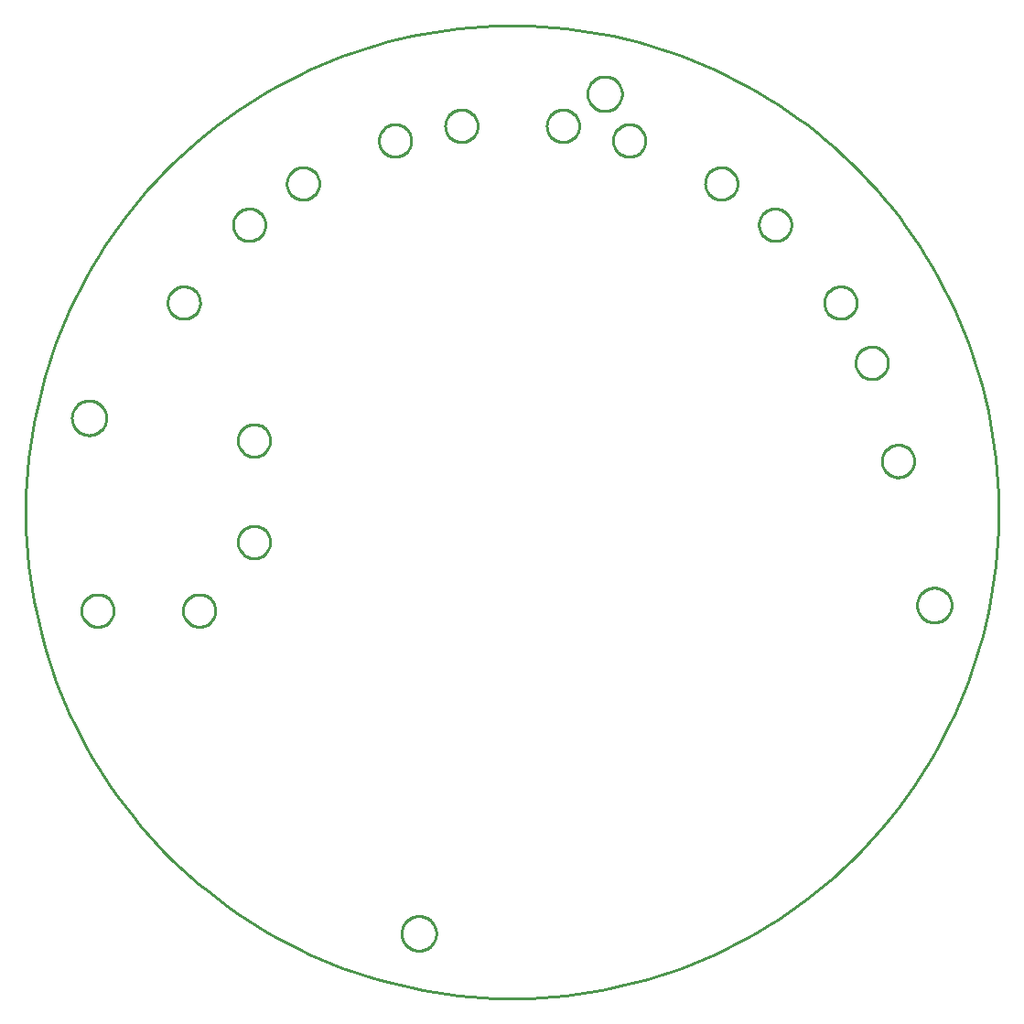
<source format=gbr>
G04 EAGLE Gerber RS-274X export*
G75*
%MOMM*%
%FSLAX34Y34*%
%LPD*%
%IN*%
%IPPOS*%
%AMOC8*
5,1,8,0,0,1.08239X$1,22.5*%
G01*
%ADD10C,0.254000*%


D10*
X450000Y-5523D02*
X450000Y5523D01*
X449729Y16565D01*
X449187Y27596D01*
X448374Y38612D01*
X447292Y49604D01*
X445940Y60566D01*
X444319Y71492D01*
X442431Y82374D01*
X440276Y93207D01*
X437856Y103984D01*
X435172Y114698D01*
X432226Y125343D01*
X429020Y135913D01*
X425555Y146401D01*
X421834Y156800D01*
X417859Y167105D01*
X413632Y177310D01*
X409156Y187407D01*
X404434Y197392D01*
X399468Y207258D01*
X394261Y216999D01*
X388817Y226609D01*
X383139Y236083D01*
X377230Y245415D01*
X371093Y254599D01*
X364733Y263629D01*
X358154Y272501D01*
X351358Y281208D01*
X344351Y289746D01*
X337137Y298110D01*
X329719Y306294D01*
X322103Y314293D01*
X314293Y322103D01*
X306294Y329719D01*
X298110Y337137D01*
X289746Y344351D01*
X281208Y351358D01*
X272501Y358154D01*
X263629Y364733D01*
X254599Y371093D01*
X245415Y377230D01*
X236083Y383139D01*
X226609Y388817D01*
X216999Y394261D01*
X207258Y399468D01*
X197392Y404434D01*
X187407Y409156D01*
X177310Y413632D01*
X167105Y417859D01*
X156800Y421834D01*
X146401Y425555D01*
X135913Y429020D01*
X125343Y432226D01*
X114698Y435172D01*
X103984Y437856D01*
X93207Y440276D01*
X82374Y442431D01*
X71492Y444319D01*
X60566Y445940D01*
X49604Y447292D01*
X38612Y448374D01*
X27596Y449187D01*
X16565Y449729D01*
X5523Y450000D01*
X-5523Y450000D01*
X-16565Y449729D01*
X-27596Y449187D01*
X-38612Y448374D01*
X-49604Y447292D01*
X-60566Y445940D01*
X-71492Y444319D01*
X-82374Y442431D01*
X-93207Y440276D01*
X-103984Y437856D01*
X-114698Y435172D01*
X-125343Y432226D01*
X-135913Y429020D01*
X-146401Y425555D01*
X-156800Y421834D01*
X-167105Y417859D01*
X-177310Y413632D01*
X-187407Y409156D01*
X-197392Y404434D01*
X-207258Y399468D01*
X-216999Y394261D01*
X-226609Y388817D01*
X-236083Y383139D01*
X-245415Y377230D01*
X-254599Y371093D01*
X-263629Y364733D01*
X-272501Y358154D01*
X-281208Y351358D01*
X-289746Y344351D01*
X-298110Y337137D01*
X-306294Y329719D01*
X-314293Y322103D01*
X-322103Y314293D01*
X-329719Y306294D01*
X-337137Y298110D01*
X-344351Y289746D01*
X-351358Y281208D01*
X-358154Y272501D01*
X-364733Y263629D01*
X-371093Y254599D01*
X-377230Y245415D01*
X-383139Y236083D01*
X-388817Y226609D01*
X-394261Y216999D01*
X-399468Y207258D01*
X-404434Y197392D01*
X-409156Y187407D01*
X-413632Y177310D01*
X-417859Y167105D01*
X-421834Y156800D01*
X-425555Y146401D01*
X-429020Y135913D01*
X-432226Y125343D01*
X-435172Y114698D01*
X-437856Y103984D01*
X-440276Y93207D01*
X-442431Y82374D01*
X-444319Y71492D01*
X-445940Y60566D01*
X-447292Y49604D01*
X-448374Y38612D01*
X-449187Y27596D01*
X-449729Y16565D01*
X-450000Y5523D01*
X-450000Y-5523D01*
X-449729Y-16565D01*
X-449187Y-27596D01*
X-448374Y-38612D01*
X-447292Y-49604D01*
X-445940Y-60566D01*
X-444319Y-71492D01*
X-442431Y-82374D01*
X-440276Y-93207D01*
X-437856Y-103984D01*
X-435172Y-114698D01*
X-432226Y-125343D01*
X-429020Y-135913D01*
X-425555Y-146401D01*
X-421834Y-156800D01*
X-417859Y-167105D01*
X-413632Y-177310D01*
X-409156Y-187407D01*
X-404434Y-197392D01*
X-399468Y-207258D01*
X-394261Y-216999D01*
X-388817Y-226609D01*
X-383139Y-236083D01*
X-377230Y-245415D01*
X-371093Y-254599D01*
X-364733Y-263629D01*
X-358154Y-272501D01*
X-351358Y-281208D01*
X-344351Y-289746D01*
X-337137Y-298110D01*
X-329719Y-306294D01*
X-322103Y-314293D01*
X-314293Y-322103D01*
X-306294Y-329719D01*
X-298110Y-337137D01*
X-289746Y-344351D01*
X-281208Y-351358D01*
X-272501Y-358154D01*
X-263629Y-364733D01*
X-254599Y-371093D01*
X-245415Y-377230D01*
X-236083Y-383139D01*
X-226609Y-388817D01*
X-216999Y-394261D01*
X-207258Y-399468D01*
X-197392Y-404434D01*
X-187407Y-409156D01*
X-177310Y-413632D01*
X-167105Y-417859D01*
X-156800Y-421834D01*
X-146401Y-425555D01*
X-135913Y-429020D01*
X-125343Y-432226D01*
X-114698Y-435172D01*
X-103984Y-437856D01*
X-93207Y-440276D01*
X-82374Y-442431D01*
X-71492Y-444319D01*
X-60566Y-445940D01*
X-49604Y-447292D01*
X-38612Y-448374D01*
X-27596Y-449187D01*
X-16565Y-449729D01*
X-5523Y-450000D01*
X5523Y-450000D01*
X16565Y-449729D01*
X27596Y-449187D01*
X38612Y-448374D01*
X49604Y-447292D01*
X60566Y-445940D01*
X71492Y-444319D01*
X82374Y-442431D01*
X93207Y-440276D01*
X103984Y-437856D01*
X114698Y-435172D01*
X125343Y-432226D01*
X135913Y-429020D01*
X146401Y-425555D01*
X156800Y-421834D01*
X167105Y-417859D01*
X177310Y-413632D01*
X187407Y-409156D01*
X197392Y-404434D01*
X207258Y-399468D01*
X216999Y-394261D01*
X226609Y-388817D01*
X236083Y-383139D01*
X245415Y-377230D01*
X254599Y-371093D01*
X263629Y-364733D01*
X272501Y-358154D01*
X281208Y-351358D01*
X289746Y-344351D01*
X298110Y-337137D01*
X306294Y-329719D01*
X314293Y-322103D01*
X322103Y-314293D01*
X329719Y-306294D01*
X337137Y-298110D01*
X344351Y-289746D01*
X351358Y-281208D01*
X358154Y-272501D01*
X364733Y-263629D01*
X371093Y-254599D01*
X377230Y-245415D01*
X383139Y-236083D01*
X388817Y-226609D01*
X394261Y-216999D01*
X399468Y-207258D01*
X404434Y-197392D01*
X409156Y-187407D01*
X413632Y-177310D01*
X417859Y-167105D01*
X421834Y-156800D01*
X425555Y-146401D01*
X429020Y-135913D01*
X432226Y-125343D01*
X435172Y-114698D01*
X437856Y-103984D01*
X440276Y-93207D01*
X442431Y-82374D01*
X444319Y-71492D01*
X445940Y-60566D01*
X447292Y-49604D01*
X448374Y-38612D01*
X449187Y-27596D01*
X449729Y-16565D01*
X450000Y-5523D01*
X-375443Y86436D02*
X-375512Y85390D01*
X-375648Y84352D01*
X-375853Y83324D01*
X-376124Y82312D01*
X-376460Y81320D01*
X-376861Y80352D01*
X-377325Y79413D01*
X-377849Y78506D01*
X-378431Y77635D01*
X-379068Y76804D01*
X-379759Y76016D01*
X-380500Y75275D01*
X-381287Y74585D01*
X-382118Y73947D01*
X-382989Y73365D01*
X-383897Y72841D01*
X-384836Y72378D01*
X-385804Y71977D01*
X-386796Y71640D01*
X-387808Y71369D01*
X-388835Y71165D01*
X-389874Y71028D01*
X-390919Y70959D01*
X-391967Y70959D01*
X-393012Y71028D01*
X-394051Y71165D01*
X-395078Y71369D01*
X-396090Y71640D01*
X-397082Y71977D01*
X-398050Y72378D01*
X-398989Y72841D01*
X-399897Y73365D01*
X-400768Y73947D01*
X-401599Y74585D01*
X-402386Y75275D01*
X-403127Y76016D01*
X-403818Y76804D01*
X-404456Y77635D01*
X-405038Y78506D01*
X-405561Y79413D01*
X-406025Y80352D01*
X-406426Y81320D01*
X-406762Y82312D01*
X-407033Y83324D01*
X-407238Y84352D01*
X-407375Y85390D01*
X-407443Y86436D01*
X-407443Y87483D01*
X-407375Y88528D01*
X-407238Y89567D01*
X-407033Y90594D01*
X-406762Y91606D01*
X-406426Y92598D01*
X-406025Y93566D01*
X-405561Y94506D01*
X-405038Y95413D01*
X-404456Y96284D01*
X-403818Y97115D01*
X-403127Y97903D01*
X-402386Y98643D01*
X-401599Y99334D01*
X-400768Y99972D01*
X-399897Y100554D01*
X-398989Y101078D01*
X-398050Y101541D01*
X-397082Y101942D01*
X-396090Y102279D01*
X-395078Y102550D01*
X-394051Y102754D01*
X-393012Y102891D01*
X-391967Y102959D01*
X-390919Y102959D01*
X-389874Y102891D01*
X-388835Y102754D01*
X-387808Y102550D01*
X-386796Y102279D01*
X-385804Y101942D01*
X-384836Y101541D01*
X-383897Y101078D01*
X-382989Y100554D01*
X-382118Y99972D01*
X-381287Y99334D01*
X-380500Y98643D01*
X-379759Y97903D01*
X-379068Y97115D01*
X-378431Y96284D01*
X-377849Y95413D01*
X-377325Y94506D01*
X-376861Y93566D01*
X-376460Y92598D01*
X-376124Y91606D01*
X-375853Y90594D01*
X-375648Y89567D01*
X-375512Y88528D01*
X-375443Y87483D01*
X-375443Y86436D01*
X-70327Y-390583D02*
X-70396Y-391629D01*
X-70532Y-392667D01*
X-70737Y-393695D01*
X-71008Y-394707D01*
X-71345Y-395699D01*
X-71746Y-396666D01*
X-72209Y-397606D01*
X-72733Y-398513D01*
X-73315Y-399384D01*
X-73952Y-400215D01*
X-74643Y-401003D01*
X-75384Y-401744D01*
X-76171Y-402434D01*
X-77003Y-403072D01*
X-77874Y-403654D01*
X-78781Y-404178D01*
X-79720Y-404641D01*
X-80688Y-405042D01*
X-81680Y-405379D01*
X-82692Y-405650D01*
X-83719Y-405854D01*
X-84758Y-405991D01*
X-85803Y-406060D01*
X-86851Y-406060D01*
X-87896Y-405991D01*
X-88935Y-405854D01*
X-89962Y-405650D01*
X-90974Y-405379D01*
X-91966Y-405042D01*
X-92934Y-404641D01*
X-93874Y-404178D01*
X-94781Y-403654D01*
X-95652Y-403072D01*
X-96483Y-402434D01*
X-97270Y-401744D01*
X-98011Y-401003D01*
X-98702Y-400215D01*
X-99340Y-399384D01*
X-99922Y-398513D01*
X-100445Y-397606D01*
X-100909Y-396666D01*
X-101310Y-395699D01*
X-101646Y-394707D01*
X-101918Y-393695D01*
X-102122Y-392667D01*
X-102259Y-391629D01*
X-102327Y-390583D01*
X-102327Y-389536D01*
X-102259Y-388490D01*
X-102122Y-387452D01*
X-101918Y-386424D01*
X-101646Y-385413D01*
X-101310Y-384421D01*
X-100909Y-383453D01*
X-100445Y-382513D01*
X-99922Y-381606D01*
X-99340Y-380735D01*
X-98702Y-379904D01*
X-98011Y-379116D01*
X-97270Y-378376D01*
X-96483Y-377685D01*
X-95652Y-377047D01*
X-94781Y-376465D01*
X-93874Y-375941D01*
X-92934Y-375478D01*
X-91966Y-375077D01*
X-90974Y-374740D01*
X-89962Y-374469D01*
X-88935Y-374265D01*
X-87896Y-374128D01*
X-86851Y-374060D01*
X-85803Y-374060D01*
X-84758Y-374128D01*
X-83719Y-374265D01*
X-82692Y-374469D01*
X-81680Y-374740D01*
X-80688Y-375077D01*
X-79720Y-375478D01*
X-78781Y-375941D01*
X-77874Y-376465D01*
X-77003Y-377047D01*
X-76171Y-377685D01*
X-75384Y-378376D01*
X-74643Y-379116D01*
X-73952Y-379904D01*
X-73315Y-380735D01*
X-72733Y-381606D01*
X-72209Y-382513D01*
X-71746Y-383453D01*
X-71345Y-384421D01*
X-71008Y-385413D01*
X-70737Y-386424D01*
X-70532Y-387452D01*
X-70396Y-388490D01*
X-70327Y-389536D01*
X-70327Y-390583D01*
X406543Y-86854D02*
X406475Y-87899D01*
X406338Y-88938D01*
X406134Y-89965D01*
X405863Y-90977D01*
X405526Y-91969D01*
X405125Y-92937D01*
X404662Y-93876D01*
X404138Y-94784D01*
X403556Y-95655D01*
X402918Y-96486D01*
X402227Y-97273D01*
X401487Y-98014D01*
X400699Y-98705D01*
X399868Y-99343D01*
X398997Y-99925D01*
X398090Y-100448D01*
X397150Y-100912D01*
X396182Y-101313D01*
X395190Y-101649D01*
X394178Y-101920D01*
X393151Y-102125D01*
X392112Y-102262D01*
X391067Y-102330D01*
X390019Y-102330D01*
X388974Y-102262D01*
X387936Y-102125D01*
X386908Y-101920D01*
X385896Y-101649D01*
X384904Y-101313D01*
X383936Y-100912D01*
X382997Y-100448D01*
X382090Y-99925D01*
X381219Y-99343D01*
X380388Y-98705D01*
X379600Y-98014D01*
X378859Y-97273D01*
X378168Y-96486D01*
X377531Y-95655D01*
X376949Y-94784D01*
X376425Y-93876D01*
X375962Y-92937D01*
X375561Y-91969D01*
X375224Y-90977D01*
X374953Y-89965D01*
X374749Y-88938D01*
X374612Y-87899D01*
X374543Y-86854D01*
X374543Y-85806D01*
X374612Y-84761D01*
X374749Y-83722D01*
X374953Y-82695D01*
X375224Y-81683D01*
X375561Y-80691D01*
X375962Y-79723D01*
X376425Y-78784D01*
X376949Y-77876D01*
X377531Y-77005D01*
X378168Y-76174D01*
X378859Y-75387D01*
X379600Y-74646D01*
X380388Y-73955D01*
X381219Y-73318D01*
X382090Y-72736D01*
X382997Y-72212D01*
X383936Y-71748D01*
X384904Y-71348D01*
X385896Y-71011D01*
X386908Y-70740D01*
X387936Y-70535D01*
X388974Y-70399D01*
X390019Y-70330D01*
X391067Y-70330D01*
X392112Y-70399D01*
X393151Y-70535D01*
X394178Y-70740D01*
X395190Y-71011D01*
X396182Y-71348D01*
X397150Y-71748D01*
X398090Y-72212D01*
X398997Y-72736D01*
X399868Y-73318D01*
X400699Y-73955D01*
X401487Y-74646D01*
X402227Y-75387D01*
X402918Y-76174D01*
X403556Y-77005D01*
X404138Y-77876D01*
X404662Y-78784D01*
X405125Y-79723D01*
X405526Y-80691D01*
X405863Y-81683D01*
X406134Y-82695D01*
X406338Y-83722D01*
X406475Y-84761D01*
X406543Y-85806D01*
X406543Y-86854D01*
X101601Y386282D02*
X101533Y385237D01*
X101396Y384198D01*
X101192Y383171D01*
X100921Y382159D01*
X100584Y381167D01*
X100183Y380199D01*
X99720Y379260D01*
X99196Y378353D01*
X98614Y377482D01*
X97976Y376650D01*
X97285Y375863D01*
X96545Y375122D01*
X95757Y374431D01*
X94926Y373794D01*
X94055Y373212D01*
X93148Y372688D01*
X92208Y372225D01*
X91240Y371824D01*
X90248Y371487D01*
X89237Y371216D01*
X88209Y371011D01*
X87171Y370875D01*
X86125Y370806D01*
X85078Y370806D01*
X84032Y370875D01*
X82994Y371011D01*
X81966Y371216D01*
X80954Y371487D01*
X79962Y371824D01*
X78995Y372225D01*
X78055Y372688D01*
X77148Y373212D01*
X76277Y373794D01*
X75446Y374431D01*
X74658Y375122D01*
X73917Y375863D01*
X73227Y376650D01*
X72589Y377482D01*
X72007Y378353D01*
X71483Y379260D01*
X71020Y380199D01*
X70619Y381167D01*
X70282Y382159D01*
X70011Y383171D01*
X69807Y384198D01*
X69670Y385237D01*
X69601Y386282D01*
X69601Y387330D01*
X69670Y388375D01*
X69807Y389414D01*
X70011Y390441D01*
X70282Y391453D01*
X70619Y392445D01*
X71020Y393413D01*
X71483Y394353D01*
X72007Y395260D01*
X72589Y396131D01*
X73227Y396962D01*
X73917Y397750D01*
X74658Y398490D01*
X75446Y399181D01*
X76277Y399819D01*
X77148Y400401D01*
X78055Y400925D01*
X78995Y401388D01*
X79962Y401789D01*
X80954Y402125D01*
X81966Y402397D01*
X82994Y402601D01*
X84032Y402738D01*
X85078Y402806D01*
X86125Y402806D01*
X87171Y402738D01*
X88209Y402601D01*
X89237Y402397D01*
X90248Y402125D01*
X91240Y401789D01*
X92208Y401388D01*
X93148Y400925D01*
X94055Y400401D01*
X94926Y399819D01*
X95757Y399181D01*
X96545Y398490D01*
X97285Y397750D01*
X97976Y396962D01*
X98614Y396131D01*
X99196Y395260D01*
X99720Y394353D01*
X100183Y393413D01*
X100584Y392445D01*
X100921Y391453D01*
X101192Y390441D01*
X101396Y389414D01*
X101533Y388375D01*
X101601Y387330D01*
X101601Y386282D01*
X-238264Y-42950D02*
X-237196Y-42874D01*
X-236135Y-42721D01*
X-235088Y-42493D01*
X-234060Y-42191D01*
X-233056Y-41817D01*
X-232081Y-41372D01*
X-231141Y-40858D01*
X-230240Y-40279D01*
X-229382Y-39637D01*
X-228572Y-38935D01*
X-227815Y-38178D01*
X-227113Y-37368D01*
X-226471Y-36510D01*
X-225892Y-35609D01*
X-225378Y-34669D01*
X-224933Y-33694D01*
X-224559Y-32690D01*
X-224257Y-31662D01*
X-224029Y-30615D01*
X-223876Y-29554D01*
X-223800Y-28486D01*
X-223800Y-27414D01*
X-223876Y-26346D01*
X-224029Y-25285D01*
X-224257Y-24238D01*
X-224559Y-23210D01*
X-224933Y-22206D01*
X-225378Y-21231D01*
X-225892Y-20291D01*
X-226471Y-19390D01*
X-227113Y-18532D01*
X-227815Y-17722D01*
X-228572Y-16965D01*
X-229382Y-16263D01*
X-230240Y-15621D01*
X-231141Y-15042D01*
X-232081Y-14528D01*
X-233056Y-14083D01*
X-234060Y-13709D01*
X-235088Y-13407D01*
X-236135Y-13179D01*
X-237196Y-13026D01*
X-238264Y-12950D01*
X-239336Y-12950D01*
X-240404Y-13026D01*
X-241465Y-13179D01*
X-242512Y-13407D01*
X-243540Y-13709D01*
X-244544Y-14083D01*
X-245519Y-14528D01*
X-246459Y-15042D01*
X-247360Y-15621D01*
X-248218Y-16263D01*
X-249028Y-16965D01*
X-249785Y-17722D01*
X-250487Y-18532D01*
X-251129Y-19390D01*
X-251708Y-20291D01*
X-252222Y-21231D01*
X-252667Y-22206D01*
X-253041Y-23210D01*
X-253343Y-24238D01*
X-253571Y-25285D01*
X-253724Y-26346D01*
X-253800Y-27414D01*
X-253800Y-28486D01*
X-253724Y-29554D01*
X-253571Y-30615D01*
X-253343Y-31662D01*
X-253041Y-32690D01*
X-252667Y-33694D01*
X-252222Y-34669D01*
X-251708Y-35609D01*
X-251129Y-36510D01*
X-250487Y-37368D01*
X-249785Y-38178D01*
X-249028Y-38935D01*
X-248218Y-39637D01*
X-247360Y-40279D01*
X-246459Y-40858D01*
X-245519Y-41372D01*
X-244544Y-41817D01*
X-243540Y-42191D01*
X-242512Y-42493D01*
X-241465Y-42721D01*
X-240404Y-42874D01*
X-239336Y-42950D01*
X-238264Y-42950D01*
X-238264Y51050D02*
X-237196Y51126D01*
X-236135Y51279D01*
X-235088Y51507D01*
X-234060Y51809D01*
X-233056Y52183D01*
X-232081Y52628D01*
X-231141Y53142D01*
X-230240Y53721D01*
X-229382Y54363D01*
X-228572Y55065D01*
X-227815Y55822D01*
X-227113Y56632D01*
X-226471Y57490D01*
X-225892Y58391D01*
X-225378Y59331D01*
X-224933Y60306D01*
X-224559Y61310D01*
X-224257Y62338D01*
X-224029Y63385D01*
X-223876Y64446D01*
X-223800Y65514D01*
X-223800Y66586D01*
X-223876Y67654D01*
X-224029Y68715D01*
X-224257Y69762D01*
X-224559Y70790D01*
X-224933Y71794D01*
X-225378Y72769D01*
X-225892Y73709D01*
X-226471Y74610D01*
X-227113Y75468D01*
X-227815Y76278D01*
X-228572Y77035D01*
X-229382Y77737D01*
X-230240Y78379D01*
X-231141Y78958D01*
X-232081Y79472D01*
X-233056Y79917D01*
X-234060Y80291D01*
X-235088Y80593D01*
X-236135Y80821D01*
X-237196Y80974D01*
X-238264Y81050D01*
X-239336Y81050D01*
X-240404Y80974D01*
X-241465Y80821D01*
X-242512Y80593D01*
X-243540Y80291D01*
X-244544Y79917D01*
X-245519Y79472D01*
X-246459Y78958D01*
X-247360Y78379D01*
X-248218Y77737D01*
X-249028Y77035D01*
X-249785Y76278D01*
X-250487Y75468D01*
X-251129Y74610D01*
X-251708Y73709D01*
X-252222Y72769D01*
X-252667Y71794D01*
X-253041Y70790D01*
X-253343Y69762D01*
X-253571Y68715D01*
X-253724Y67654D01*
X-253800Y66586D01*
X-253800Y65514D01*
X-253724Y64446D01*
X-253571Y63385D01*
X-253343Y62338D01*
X-253041Y61310D01*
X-252667Y60306D01*
X-252222Y59331D01*
X-251708Y58391D01*
X-251129Y57490D01*
X-250487Y56632D01*
X-249785Y55822D01*
X-249028Y55065D01*
X-248218Y54363D01*
X-247360Y53721D01*
X-246459Y53142D01*
X-245519Y52628D01*
X-244544Y52183D01*
X-243540Y51809D01*
X-242512Y51507D01*
X-241465Y51279D01*
X-240404Y51126D01*
X-239336Y51050D01*
X-238264Y51050D01*
X329403Y152450D02*
X330455Y152653D01*
X331519Y152780D01*
X332589Y152831D01*
X333660Y152806D01*
X334727Y152704D01*
X335783Y152526D01*
X336825Y152274D01*
X337845Y151947D01*
X338840Y151549D01*
X339804Y151081D01*
X340732Y150545D01*
X341619Y149945D01*
X342461Y149282D01*
X343254Y148562D01*
X343993Y147786D01*
X344676Y146960D01*
X345297Y146087D01*
X345855Y145172D01*
X346346Y144220D01*
X346767Y143235D01*
X347118Y142223D01*
X347395Y141188D01*
X347598Y140136D01*
X347725Y139072D01*
X347776Y138001D01*
X347751Y136930D01*
X347649Y135864D01*
X347471Y134807D01*
X347218Y133766D01*
X346892Y132745D01*
X346494Y131751D01*
X346026Y130787D01*
X345490Y129859D01*
X344890Y128972D01*
X344227Y128129D01*
X343507Y127336D01*
X342731Y126597D01*
X341905Y125915D01*
X341032Y125293D01*
X340117Y124736D01*
X339165Y124245D01*
X338180Y123823D01*
X337167Y123473D01*
X336132Y123195D01*
X335080Y122992D01*
X334016Y122865D01*
X332946Y122814D01*
X331875Y122840D01*
X330808Y122942D01*
X329752Y123119D01*
X328711Y123372D01*
X327690Y123698D01*
X326695Y124096D01*
X325732Y124565D01*
X324804Y125100D01*
X323916Y125701D01*
X323074Y126363D01*
X322281Y127084D01*
X321542Y127859D01*
X320860Y128686D01*
X320238Y129558D01*
X319681Y130473D01*
X319190Y131426D01*
X318768Y132411D01*
X318417Y133423D01*
X318140Y134458D01*
X317937Y135510D01*
X317810Y136574D01*
X317759Y137644D01*
X317785Y138715D01*
X317886Y139782D01*
X318064Y140839D01*
X318317Y141880D01*
X318643Y142900D01*
X319041Y143895D01*
X319509Y144859D01*
X320045Y145787D01*
X320646Y146674D01*
X321308Y147516D01*
X322029Y148309D01*
X322804Y149049D01*
X323630Y149731D01*
X324503Y150352D01*
X325418Y150910D01*
X326370Y151401D01*
X327355Y151823D01*
X328368Y152173D01*
X329403Y152450D01*
X353732Y61653D02*
X354784Y61856D01*
X355848Y61983D01*
X356918Y62034D01*
X357989Y62009D01*
X359056Y61907D01*
X360112Y61729D01*
X361154Y61477D01*
X362174Y61150D01*
X363169Y60752D01*
X364133Y60284D01*
X365061Y59748D01*
X365948Y59148D01*
X366790Y58485D01*
X367583Y57765D01*
X368322Y56989D01*
X369004Y56163D01*
X369626Y55290D01*
X370184Y54375D01*
X370675Y53423D01*
X371096Y52438D01*
X371447Y51426D01*
X371724Y50391D01*
X371927Y49339D01*
X372054Y48275D01*
X372105Y47204D01*
X372080Y46133D01*
X371978Y45067D01*
X371800Y44010D01*
X371547Y42969D01*
X371221Y41948D01*
X370823Y40953D01*
X370355Y39990D01*
X369819Y39062D01*
X369219Y38175D01*
X368556Y37332D01*
X367836Y36539D01*
X367060Y35800D01*
X366234Y35118D01*
X365361Y34496D01*
X364446Y33939D01*
X363494Y33448D01*
X362509Y33026D01*
X361496Y32676D01*
X360461Y32398D01*
X359409Y32195D01*
X358345Y32068D01*
X357275Y32017D01*
X356204Y32043D01*
X355137Y32145D01*
X354081Y32322D01*
X353040Y32575D01*
X352019Y32901D01*
X351024Y33299D01*
X350061Y33768D01*
X349133Y34303D01*
X348245Y34904D01*
X347403Y35566D01*
X346610Y36287D01*
X345871Y37062D01*
X345189Y37889D01*
X344567Y38761D01*
X344010Y39676D01*
X343519Y40629D01*
X343097Y41614D01*
X342746Y42626D01*
X342469Y43661D01*
X342266Y44713D01*
X342139Y45777D01*
X342088Y46847D01*
X342114Y47918D01*
X342215Y48985D01*
X342393Y50042D01*
X342646Y51083D01*
X342972Y52103D01*
X343370Y53098D01*
X343838Y54062D01*
X344374Y54990D01*
X344975Y55877D01*
X345637Y56719D01*
X346358Y57512D01*
X347133Y58251D01*
X347959Y58934D01*
X348832Y59555D01*
X349747Y60113D01*
X350699Y60604D01*
X351684Y61026D01*
X352697Y61376D01*
X353732Y61653D01*
X234112Y277379D02*
X234980Y278007D01*
X235890Y278572D01*
X236839Y279070D01*
X237820Y279500D01*
X238830Y279858D01*
X239863Y280144D01*
X240913Y280355D01*
X241976Y280491D01*
X243046Y280550D01*
X244117Y280533D01*
X245184Y280440D01*
X246242Y280270D01*
X247286Y280026D01*
X248309Y279708D01*
X249307Y279318D01*
X250274Y278857D01*
X251206Y278329D01*
X252098Y277735D01*
X252946Y277080D01*
X253744Y276365D01*
X254490Y275596D01*
X255178Y274775D01*
X255807Y273907D01*
X256372Y272997D01*
X256870Y272048D01*
X257300Y271067D01*
X257658Y270057D01*
X257944Y269024D01*
X258155Y267974D01*
X258291Y266911D01*
X258350Y265841D01*
X258333Y264770D01*
X258240Y263703D01*
X258070Y262645D01*
X257826Y261601D01*
X257508Y260578D01*
X257118Y259580D01*
X256657Y258613D01*
X256129Y257681D01*
X255535Y256789D01*
X254880Y255941D01*
X254165Y255143D01*
X253396Y254397D01*
X252575Y253709D01*
X251707Y253080D01*
X250797Y252515D01*
X249848Y252017D01*
X248867Y251587D01*
X247857Y251229D01*
X246824Y250943D01*
X245774Y250732D01*
X244711Y250596D01*
X243641Y250537D01*
X242570Y250554D01*
X241502Y250647D01*
X240444Y250817D01*
X239401Y251061D01*
X238378Y251379D01*
X237380Y251769D01*
X236413Y252230D01*
X235481Y252758D01*
X234589Y253352D01*
X233741Y254007D01*
X232943Y254722D01*
X232197Y255491D01*
X231508Y256312D01*
X230880Y257180D01*
X230315Y258090D01*
X229817Y259039D01*
X229387Y260020D01*
X229029Y261030D01*
X228743Y262063D01*
X228532Y263113D01*
X228396Y264176D01*
X228337Y265246D01*
X228354Y266317D01*
X228447Y267385D01*
X228617Y268443D01*
X228861Y269486D01*
X229179Y270509D01*
X229569Y271507D01*
X230030Y272474D01*
X230558Y273406D01*
X231152Y274298D01*
X231807Y275146D01*
X232522Y275944D01*
X233291Y276690D01*
X234112Y277379D01*
X294534Y205370D02*
X295402Y205999D01*
X296312Y206564D01*
X297261Y207062D01*
X298242Y207492D01*
X299252Y207850D01*
X300285Y208136D01*
X301335Y208347D01*
X302398Y208482D01*
X303468Y208542D01*
X304539Y208525D01*
X305606Y208432D01*
X306664Y208262D01*
X307708Y208018D01*
X308731Y207700D01*
X309729Y207310D01*
X310696Y206849D01*
X311628Y206321D01*
X312520Y205727D01*
X313368Y205072D01*
X314166Y204357D01*
X314912Y203588D01*
X315600Y202767D01*
X316229Y201899D01*
X316794Y200989D01*
X317292Y200040D01*
X317722Y199059D01*
X318080Y198049D01*
X318366Y197016D01*
X318577Y195966D01*
X318713Y194903D01*
X318772Y193833D01*
X318755Y192762D01*
X318662Y191694D01*
X318492Y190636D01*
X318248Y189593D01*
X317930Y188570D01*
X317540Y187572D01*
X317079Y186605D01*
X316551Y185673D01*
X315957Y184781D01*
X315302Y183933D01*
X314587Y183135D01*
X313818Y182389D01*
X312997Y181700D01*
X312129Y181072D01*
X311219Y180507D01*
X310270Y180009D01*
X309289Y179579D01*
X308279Y179220D01*
X307246Y178935D01*
X306196Y178724D01*
X305133Y178588D01*
X304063Y178529D01*
X302992Y178546D01*
X301924Y178639D01*
X300866Y178808D01*
X299823Y179053D01*
X298800Y179371D01*
X297802Y179761D01*
X296835Y180222D01*
X295903Y180750D01*
X295011Y181344D01*
X294163Y181999D01*
X293365Y182714D01*
X292619Y183483D01*
X291930Y184304D01*
X291302Y185172D01*
X290737Y186082D01*
X290239Y187031D01*
X289809Y188012D01*
X289451Y189022D01*
X289165Y190055D01*
X288954Y191105D01*
X288818Y192168D01*
X288759Y193238D01*
X288776Y194309D01*
X288869Y195376D01*
X289039Y196434D01*
X289283Y197478D01*
X289601Y198501D01*
X289991Y199499D01*
X290452Y200466D01*
X290980Y201398D01*
X291574Y202290D01*
X292229Y203138D01*
X292944Y203936D01*
X293713Y204682D01*
X294534Y205370D01*
X94952Y350330D02*
X95473Y351267D01*
X96060Y352163D01*
X96709Y353016D01*
X97417Y353820D01*
X98180Y354572D01*
X98995Y355267D01*
X99858Y355902D01*
X100764Y356474D01*
X101709Y356980D01*
X102687Y357418D01*
X103694Y357784D01*
X104724Y358078D01*
X105773Y358297D01*
X106835Y358441D01*
X107904Y358509D01*
X108975Y358501D01*
X110043Y358416D01*
X111103Y358255D01*
X112148Y358019D01*
X113173Y357709D01*
X114174Y357327D01*
X115145Y356874D01*
X116082Y356353D01*
X116978Y355766D01*
X117831Y355118D01*
X118635Y354410D01*
X119387Y353646D01*
X120082Y352831D01*
X120717Y351968D01*
X121289Y351062D01*
X121795Y350117D01*
X122233Y349139D01*
X122599Y348132D01*
X122893Y347102D01*
X123112Y346053D01*
X123256Y344992D01*
X123324Y343922D01*
X123316Y342851D01*
X123231Y341783D01*
X123070Y340723D01*
X122834Y339678D01*
X122524Y338653D01*
X122142Y337652D01*
X121689Y336681D01*
X121168Y335744D01*
X120581Y334848D01*
X119932Y333995D01*
X119224Y333191D01*
X118461Y332439D01*
X117646Y331744D01*
X116783Y331109D01*
X115877Y330537D01*
X114932Y330031D01*
X113954Y329593D01*
X112947Y329227D01*
X111917Y328933D01*
X110868Y328714D01*
X109807Y328570D01*
X108737Y328502D01*
X107666Y328510D01*
X106598Y328595D01*
X105538Y328756D01*
X104493Y328992D01*
X103468Y329302D01*
X102467Y329685D01*
X101496Y330137D01*
X100559Y330658D01*
X99663Y331245D01*
X98810Y331894D01*
X98006Y332602D01*
X97254Y333365D01*
X96559Y334181D01*
X95924Y335043D01*
X95352Y335949D01*
X94846Y336894D01*
X94408Y337872D01*
X94042Y338879D01*
X93748Y339909D01*
X93529Y340958D01*
X93385Y342020D01*
X93317Y343089D01*
X93325Y344160D01*
X93410Y345228D01*
X93571Y346288D01*
X93807Y347333D01*
X94117Y348358D01*
X94499Y349359D01*
X94952Y350330D01*
X180145Y310604D02*
X180666Y311541D01*
X181253Y312437D01*
X181901Y313290D01*
X182610Y314094D01*
X183373Y314846D01*
X184188Y315541D01*
X185051Y316176D01*
X185957Y316748D01*
X186902Y317254D01*
X187880Y317692D01*
X188887Y318058D01*
X189917Y318352D01*
X190966Y318571D01*
X192027Y318715D01*
X193097Y318783D01*
X194168Y318775D01*
X195236Y318690D01*
X196296Y318529D01*
X197341Y318293D01*
X198366Y317983D01*
X199367Y317600D01*
X200338Y317148D01*
X201275Y316627D01*
X202171Y316040D01*
X203024Y315391D01*
X203828Y314683D01*
X204580Y313920D01*
X205275Y313104D01*
X205910Y312242D01*
X206482Y311336D01*
X206988Y310391D01*
X207426Y309413D01*
X207792Y308406D01*
X208086Y307376D01*
X208305Y306327D01*
X208449Y305265D01*
X208517Y304196D01*
X208509Y303125D01*
X208424Y302057D01*
X208263Y300997D01*
X208027Y299952D01*
X207717Y298927D01*
X207334Y297926D01*
X206882Y296955D01*
X206361Y296018D01*
X205774Y295122D01*
X205125Y294269D01*
X204417Y293465D01*
X203654Y292713D01*
X202838Y292018D01*
X201976Y291383D01*
X201070Y290811D01*
X200125Y290305D01*
X199147Y289867D01*
X198140Y289501D01*
X197110Y289207D01*
X196061Y288988D01*
X194999Y288844D01*
X193930Y288776D01*
X192859Y288784D01*
X191791Y288869D01*
X190731Y289030D01*
X189686Y289266D01*
X188661Y289576D01*
X187660Y289958D01*
X186689Y290411D01*
X185752Y290932D01*
X184856Y291519D01*
X184003Y292167D01*
X183199Y292876D01*
X182447Y293639D01*
X181752Y294454D01*
X181117Y295317D01*
X180545Y296223D01*
X180039Y297168D01*
X179601Y298146D01*
X179235Y299153D01*
X178941Y300183D01*
X178722Y301232D01*
X178578Y302293D01*
X178510Y303363D01*
X178518Y304434D01*
X178603Y305502D01*
X178764Y306562D01*
X179000Y307607D01*
X179310Y308632D01*
X179692Y309633D01*
X180145Y310604D01*
X-62000Y357636D02*
X-61924Y358704D01*
X-61771Y359765D01*
X-61543Y360812D01*
X-61241Y361840D01*
X-60867Y362844D01*
X-60422Y363819D01*
X-59908Y364759D01*
X-59329Y365660D01*
X-58687Y366518D01*
X-57985Y367328D01*
X-57228Y368085D01*
X-56418Y368787D01*
X-55560Y369429D01*
X-54659Y370008D01*
X-53719Y370522D01*
X-52744Y370967D01*
X-51740Y371341D01*
X-50712Y371643D01*
X-49665Y371871D01*
X-48604Y372024D01*
X-47536Y372100D01*
X-46464Y372100D01*
X-45396Y372024D01*
X-44335Y371871D01*
X-43288Y371643D01*
X-42260Y371341D01*
X-41256Y370967D01*
X-40281Y370522D01*
X-39341Y370008D01*
X-38440Y369429D01*
X-37582Y368787D01*
X-36772Y368085D01*
X-36015Y367328D01*
X-35313Y366518D01*
X-34671Y365660D01*
X-34092Y364759D01*
X-33578Y363819D01*
X-33133Y362844D01*
X-32759Y361840D01*
X-32457Y360812D01*
X-32229Y359765D01*
X-32076Y358704D01*
X-32000Y357636D01*
X-32000Y356564D01*
X-32076Y355496D01*
X-32229Y354435D01*
X-32457Y353388D01*
X-32759Y352360D01*
X-33133Y351356D01*
X-33578Y350381D01*
X-34092Y349441D01*
X-34671Y348540D01*
X-35313Y347682D01*
X-36015Y346872D01*
X-36772Y346115D01*
X-37582Y345413D01*
X-38440Y344771D01*
X-39341Y344192D01*
X-40281Y343678D01*
X-41256Y343233D01*
X-42260Y342859D01*
X-43288Y342557D01*
X-44335Y342329D01*
X-45396Y342176D01*
X-46464Y342100D01*
X-47536Y342100D01*
X-48604Y342176D01*
X-49665Y342329D01*
X-50712Y342557D01*
X-51740Y342859D01*
X-52744Y343233D01*
X-53719Y343678D01*
X-54659Y344192D01*
X-55560Y344771D01*
X-56418Y345413D01*
X-57228Y346115D01*
X-57985Y346872D01*
X-58687Y347682D01*
X-59329Y348540D01*
X-59908Y349441D01*
X-60422Y350381D01*
X-60867Y351356D01*
X-61241Y352360D01*
X-61543Y353388D01*
X-61771Y354435D01*
X-61924Y355496D01*
X-62000Y356564D01*
X-62000Y357636D01*
X32000Y357636D02*
X32076Y358704D01*
X32229Y359765D01*
X32457Y360812D01*
X32759Y361840D01*
X33133Y362844D01*
X33578Y363819D01*
X34092Y364759D01*
X34671Y365660D01*
X35313Y366518D01*
X36015Y367328D01*
X36772Y368085D01*
X37582Y368787D01*
X38440Y369429D01*
X39341Y370008D01*
X40281Y370522D01*
X41256Y370967D01*
X42260Y371341D01*
X43288Y371643D01*
X44335Y371871D01*
X45396Y372024D01*
X46464Y372100D01*
X47536Y372100D01*
X48604Y372024D01*
X49665Y371871D01*
X50712Y371643D01*
X51740Y371341D01*
X52744Y370967D01*
X53719Y370522D01*
X54659Y370008D01*
X55560Y369429D01*
X56418Y368787D01*
X57228Y368085D01*
X57985Y367328D01*
X58687Y366518D01*
X59329Y365660D01*
X59908Y364759D01*
X60422Y363819D01*
X60867Y362844D01*
X61241Y361840D01*
X61543Y360812D01*
X61771Y359765D01*
X61924Y358704D01*
X62000Y357636D01*
X62000Y356564D01*
X61924Y355496D01*
X61771Y354435D01*
X61543Y353388D01*
X61241Y352360D01*
X60867Y351356D01*
X60422Y350381D01*
X59908Y349441D01*
X59329Y348540D01*
X58687Y347682D01*
X57985Y346872D01*
X57228Y346115D01*
X56418Y345413D01*
X55560Y344771D01*
X54659Y344192D01*
X53719Y343678D01*
X52744Y343233D01*
X51740Y342859D01*
X50712Y342557D01*
X49665Y342329D01*
X48604Y342176D01*
X47536Y342100D01*
X46464Y342100D01*
X45396Y342176D01*
X44335Y342329D01*
X43288Y342557D01*
X42260Y342859D01*
X41256Y343233D01*
X40281Y343678D01*
X39341Y344192D01*
X38440Y344771D01*
X37582Y345413D01*
X36772Y346115D01*
X36015Y346872D01*
X35313Y347682D01*
X34671Y348540D01*
X34092Y349441D01*
X33578Y350381D01*
X33133Y351356D01*
X32759Y352360D01*
X32457Y353388D01*
X32229Y354435D01*
X32076Y355496D01*
X32000Y356564D01*
X32000Y357636D01*
X-274550Y-91936D02*
X-274626Y-93004D01*
X-274779Y-94065D01*
X-275007Y-95112D01*
X-275309Y-96140D01*
X-275683Y-97144D01*
X-276128Y-98119D01*
X-276642Y-99059D01*
X-277221Y-99960D01*
X-277863Y-100818D01*
X-278565Y-101628D01*
X-279322Y-102385D01*
X-280132Y-103087D01*
X-280990Y-103729D01*
X-281891Y-104308D01*
X-282831Y-104822D01*
X-283806Y-105267D01*
X-284810Y-105641D01*
X-285838Y-105943D01*
X-286885Y-106171D01*
X-287946Y-106324D01*
X-289014Y-106400D01*
X-290086Y-106400D01*
X-291154Y-106324D01*
X-292215Y-106171D01*
X-293262Y-105943D01*
X-294290Y-105641D01*
X-295294Y-105267D01*
X-296269Y-104822D01*
X-297209Y-104308D01*
X-298110Y-103729D01*
X-298968Y-103087D01*
X-299778Y-102385D01*
X-300535Y-101628D01*
X-301237Y-100818D01*
X-301879Y-99960D01*
X-302458Y-99059D01*
X-302972Y-98119D01*
X-303417Y-97144D01*
X-303791Y-96140D01*
X-304093Y-95112D01*
X-304321Y-94065D01*
X-304474Y-93004D01*
X-304550Y-91936D01*
X-304550Y-90864D01*
X-304474Y-89796D01*
X-304321Y-88735D01*
X-304093Y-87688D01*
X-303791Y-86660D01*
X-303417Y-85656D01*
X-302972Y-84681D01*
X-302458Y-83741D01*
X-301879Y-82840D01*
X-301237Y-81982D01*
X-300535Y-81172D01*
X-299778Y-80415D01*
X-298968Y-79713D01*
X-298110Y-79071D01*
X-297209Y-78492D01*
X-296269Y-77978D01*
X-295294Y-77533D01*
X-294290Y-77159D01*
X-293262Y-76857D01*
X-292215Y-76629D01*
X-291154Y-76476D01*
X-290086Y-76400D01*
X-289014Y-76400D01*
X-287946Y-76476D01*
X-286885Y-76629D01*
X-285838Y-76857D01*
X-284810Y-77159D01*
X-283806Y-77533D01*
X-282831Y-77978D01*
X-281891Y-78492D01*
X-280990Y-79071D01*
X-280132Y-79713D01*
X-279322Y-80415D01*
X-278565Y-81172D01*
X-277863Y-81982D01*
X-277221Y-82840D01*
X-276642Y-83741D01*
X-276128Y-84681D01*
X-275683Y-85656D01*
X-275309Y-86660D01*
X-275007Y-87688D01*
X-274779Y-88735D01*
X-274626Y-89796D01*
X-274550Y-90864D01*
X-274550Y-91936D01*
X-368550Y-91936D02*
X-368626Y-93004D01*
X-368779Y-94065D01*
X-369007Y-95112D01*
X-369309Y-96140D01*
X-369683Y-97144D01*
X-370128Y-98119D01*
X-370642Y-99059D01*
X-371221Y-99960D01*
X-371863Y-100818D01*
X-372565Y-101628D01*
X-373322Y-102385D01*
X-374132Y-103087D01*
X-374990Y-103729D01*
X-375891Y-104308D01*
X-376831Y-104822D01*
X-377806Y-105267D01*
X-378810Y-105641D01*
X-379838Y-105943D01*
X-380885Y-106171D01*
X-381946Y-106324D01*
X-383014Y-106400D01*
X-384086Y-106400D01*
X-385154Y-106324D01*
X-386215Y-106171D01*
X-387262Y-105943D01*
X-388290Y-105641D01*
X-389294Y-105267D01*
X-390269Y-104822D01*
X-391209Y-104308D01*
X-392110Y-103729D01*
X-392968Y-103087D01*
X-393778Y-102385D01*
X-394535Y-101628D01*
X-395237Y-100818D01*
X-395879Y-99960D01*
X-396458Y-99059D01*
X-396972Y-98119D01*
X-397417Y-97144D01*
X-397791Y-96140D01*
X-398093Y-95112D01*
X-398321Y-94065D01*
X-398474Y-93004D01*
X-398550Y-91936D01*
X-398550Y-90864D01*
X-398474Y-89796D01*
X-398321Y-88735D01*
X-398093Y-87688D01*
X-397791Y-86660D01*
X-397417Y-85656D01*
X-396972Y-84681D01*
X-396458Y-83741D01*
X-395879Y-82840D01*
X-395237Y-81982D01*
X-394535Y-81172D01*
X-393778Y-80415D01*
X-392968Y-79713D01*
X-392110Y-79071D01*
X-391209Y-78492D01*
X-390269Y-77978D01*
X-389294Y-77533D01*
X-388290Y-77159D01*
X-387262Y-76857D01*
X-386215Y-76629D01*
X-385154Y-76476D01*
X-384086Y-76400D01*
X-383014Y-76400D01*
X-381946Y-76476D01*
X-380885Y-76629D01*
X-379838Y-76857D01*
X-378810Y-77159D01*
X-377806Y-77533D01*
X-376831Y-77978D01*
X-375891Y-78492D01*
X-374990Y-79071D01*
X-374132Y-79713D01*
X-373322Y-80415D01*
X-372565Y-81172D01*
X-371863Y-81982D01*
X-371221Y-82840D01*
X-370642Y-83741D01*
X-370128Y-84681D01*
X-369683Y-85656D01*
X-369309Y-86660D01*
X-369007Y-87688D01*
X-368779Y-88735D01*
X-368626Y-89796D01*
X-368550Y-90864D01*
X-368550Y-91936D01*
X-207334Y297926D02*
X-207717Y298927D01*
X-208027Y299952D01*
X-208263Y300997D01*
X-208424Y302057D01*
X-208509Y303125D01*
X-208517Y304196D01*
X-208449Y305265D01*
X-208305Y306327D01*
X-208086Y307376D01*
X-207792Y308406D01*
X-207426Y309413D01*
X-206988Y310391D01*
X-206482Y311336D01*
X-205910Y312242D01*
X-205275Y313104D01*
X-204580Y313920D01*
X-203828Y314683D01*
X-203024Y315391D01*
X-202171Y316040D01*
X-201275Y316627D01*
X-200338Y317148D01*
X-199367Y317600D01*
X-198366Y317983D01*
X-197341Y318293D01*
X-196296Y318529D01*
X-195236Y318690D01*
X-194168Y318775D01*
X-193097Y318783D01*
X-192027Y318715D01*
X-190966Y318571D01*
X-189917Y318352D01*
X-188887Y318058D01*
X-187880Y317692D01*
X-186902Y317254D01*
X-185957Y316748D01*
X-185051Y316176D01*
X-184188Y315541D01*
X-183373Y314846D01*
X-182610Y314094D01*
X-181901Y313290D01*
X-181253Y312437D01*
X-180666Y311541D01*
X-180145Y310604D01*
X-179692Y309633D01*
X-179310Y308632D01*
X-179000Y307607D01*
X-178764Y306562D01*
X-178603Y305502D01*
X-178518Y304434D01*
X-178510Y303363D01*
X-178578Y302293D01*
X-178722Y301232D01*
X-178941Y300183D01*
X-179235Y299153D01*
X-179601Y298146D01*
X-180039Y297168D01*
X-180545Y296223D01*
X-181117Y295317D01*
X-181752Y294454D01*
X-182447Y293639D01*
X-183199Y292876D01*
X-184003Y292167D01*
X-184856Y291519D01*
X-185752Y290932D01*
X-186689Y290411D01*
X-187660Y289958D01*
X-188661Y289576D01*
X-189686Y289266D01*
X-190731Y289030D01*
X-191791Y288869D01*
X-192859Y288784D01*
X-193930Y288776D01*
X-194999Y288844D01*
X-196061Y288988D01*
X-197110Y289207D01*
X-198140Y289501D01*
X-199147Y289867D01*
X-200125Y290305D01*
X-201070Y290811D01*
X-201976Y291383D01*
X-202838Y292018D01*
X-203654Y292713D01*
X-204417Y293465D01*
X-205125Y294269D01*
X-205774Y295122D01*
X-206361Y296018D01*
X-206882Y296955D01*
X-207334Y297926D01*
X-122142Y337652D02*
X-122524Y338653D01*
X-122834Y339678D01*
X-123070Y340723D01*
X-123231Y341783D01*
X-123316Y342851D01*
X-123324Y343922D01*
X-123256Y344992D01*
X-123112Y346053D01*
X-122893Y347102D01*
X-122599Y348132D01*
X-122233Y349139D01*
X-121795Y350117D01*
X-121289Y351062D01*
X-120717Y351968D01*
X-120082Y352831D01*
X-119387Y353646D01*
X-118635Y354410D01*
X-117831Y355118D01*
X-116978Y355766D01*
X-116082Y356353D01*
X-115145Y356874D01*
X-114174Y357327D01*
X-113173Y357709D01*
X-112148Y358019D01*
X-111103Y358255D01*
X-110043Y358416D01*
X-108975Y358501D01*
X-107904Y358509D01*
X-106835Y358441D01*
X-105773Y358297D01*
X-104724Y358078D01*
X-103694Y357784D01*
X-102687Y357418D01*
X-101709Y356980D01*
X-100764Y356474D01*
X-99858Y355902D01*
X-98995Y355267D01*
X-98180Y354572D01*
X-97417Y353820D01*
X-96709Y353016D01*
X-96060Y352163D01*
X-95473Y351267D01*
X-94952Y350330D01*
X-94499Y349359D01*
X-94117Y348358D01*
X-93807Y347333D01*
X-93571Y346288D01*
X-93410Y345228D01*
X-93325Y344160D01*
X-93317Y343089D01*
X-93385Y342020D01*
X-93529Y340958D01*
X-93748Y339909D01*
X-94042Y338879D01*
X-94408Y337872D01*
X-94846Y336894D01*
X-95352Y335949D01*
X-95924Y335043D01*
X-96559Y334181D01*
X-97254Y333365D01*
X-98006Y332602D01*
X-98810Y331894D01*
X-99663Y331245D01*
X-100559Y330658D01*
X-101496Y330137D01*
X-102467Y329685D01*
X-103468Y329302D01*
X-104493Y328992D01*
X-105538Y328756D01*
X-106598Y328595D01*
X-107666Y328510D01*
X-108737Y328502D01*
X-109807Y328570D01*
X-110868Y328714D01*
X-111917Y328933D01*
X-112947Y329227D01*
X-113954Y329593D01*
X-114932Y330031D01*
X-115877Y330537D01*
X-116783Y331109D01*
X-117646Y331744D01*
X-118461Y332439D01*
X-119224Y333191D01*
X-119932Y333995D01*
X-120581Y334848D01*
X-121168Y335744D01*
X-121689Y336681D01*
X-122142Y337652D01*
X-313818Y182389D02*
X-314587Y183135D01*
X-315302Y183933D01*
X-315957Y184781D01*
X-316551Y185673D01*
X-317079Y186605D01*
X-317540Y187572D01*
X-317930Y188570D01*
X-318248Y189593D01*
X-318492Y190636D01*
X-318662Y191694D01*
X-318755Y192762D01*
X-318772Y193833D01*
X-318713Y194903D01*
X-318577Y195966D01*
X-318366Y197016D01*
X-318080Y198049D01*
X-317722Y199059D01*
X-317292Y200040D01*
X-316794Y200989D01*
X-316229Y201899D01*
X-315600Y202767D01*
X-314912Y203588D01*
X-314166Y204357D01*
X-313368Y205072D01*
X-312520Y205727D01*
X-311628Y206321D01*
X-310696Y206849D01*
X-309729Y207310D01*
X-308731Y207700D01*
X-307708Y208018D01*
X-306664Y208262D01*
X-305606Y208432D01*
X-304539Y208525D01*
X-303468Y208542D01*
X-302398Y208482D01*
X-301335Y208347D01*
X-300285Y208136D01*
X-299252Y207850D01*
X-298242Y207492D01*
X-297261Y207062D01*
X-296312Y206564D01*
X-295402Y205999D01*
X-294534Y205370D01*
X-293713Y204682D01*
X-292944Y203936D01*
X-292229Y203138D01*
X-291574Y202290D01*
X-290980Y201398D01*
X-290452Y200466D01*
X-289991Y199499D01*
X-289601Y198501D01*
X-289283Y197478D01*
X-289039Y196434D01*
X-288869Y195376D01*
X-288776Y194309D01*
X-288759Y193238D01*
X-288818Y192168D01*
X-288954Y191105D01*
X-289165Y190055D01*
X-289451Y189022D01*
X-289809Y188012D01*
X-290239Y187031D01*
X-290737Y186082D01*
X-291302Y185172D01*
X-291930Y184304D01*
X-292619Y183483D01*
X-293365Y182714D01*
X-294163Y181999D01*
X-295011Y181344D01*
X-295903Y180750D01*
X-296835Y180222D01*
X-297802Y179761D01*
X-298800Y179371D01*
X-299823Y179053D01*
X-300866Y178808D01*
X-301924Y178639D01*
X-302992Y178546D01*
X-304063Y178529D01*
X-305133Y178588D01*
X-306196Y178724D01*
X-307246Y178935D01*
X-308279Y179220D01*
X-309289Y179579D01*
X-310270Y180009D01*
X-311219Y180507D01*
X-312129Y181072D01*
X-312997Y181700D01*
X-313818Y182389D01*
X-253396Y254397D02*
X-254165Y255143D01*
X-254880Y255941D01*
X-255535Y256789D01*
X-256129Y257681D01*
X-256657Y258613D01*
X-257118Y259580D01*
X-257508Y260578D01*
X-257826Y261601D01*
X-258070Y262645D01*
X-258240Y263703D01*
X-258333Y264770D01*
X-258350Y265841D01*
X-258291Y266911D01*
X-258155Y267974D01*
X-257944Y269024D01*
X-257658Y270057D01*
X-257300Y271067D01*
X-256870Y272048D01*
X-256372Y272997D01*
X-255807Y273907D01*
X-255178Y274775D01*
X-254490Y275596D01*
X-253744Y276365D01*
X-252946Y277080D01*
X-252098Y277735D01*
X-251206Y278329D01*
X-250274Y278857D01*
X-249307Y279318D01*
X-248309Y279708D01*
X-247286Y280026D01*
X-246242Y280270D01*
X-245184Y280440D01*
X-244117Y280533D01*
X-243046Y280550D01*
X-241976Y280491D01*
X-240913Y280355D01*
X-239863Y280144D01*
X-238830Y279858D01*
X-237820Y279500D01*
X-236839Y279070D01*
X-235890Y278572D01*
X-234980Y278007D01*
X-234112Y277379D01*
X-233291Y276690D01*
X-232522Y275944D01*
X-231807Y275146D01*
X-231152Y274298D01*
X-230558Y273406D01*
X-230030Y272474D01*
X-229569Y271507D01*
X-229179Y270509D01*
X-228861Y269486D01*
X-228617Y268443D01*
X-228447Y267385D01*
X-228354Y266317D01*
X-228337Y265246D01*
X-228396Y264176D01*
X-228532Y263113D01*
X-228743Y262063D01*
X-229029Y261030D01*
X-229387Y260020D01*
X-229817Y259039D01*
X-230315Y258090D01*
X-230880Y257180D01*
X-231508Y256312D01*
X-232197Y255491D01*
X-232943Y254722D01*
X-233741Y254007D01*
X-234589Y253352D01*
X-235481Y252758D01*
X-236413Y252230D01*
X-237380Y251769D01*
X-238378Y251379D01*
X-239401Y251061D01*
X-240444Y250817D01*
X-241502Y250647D01*
X-242570Y250554D01*
X-243641Y250537D01*
X-244711Y250596D01*
X-245774Y250732D01*
X-246824Y250943D01*
X-247857Y251229D01*
X-248867Y251587D01*
X-249848Y252017D01*
X-250797Y252515D01*
X-251707Y253080D01*
X-252575Y253709D01*
X-253396Y254397D01*
M02*

</source>
